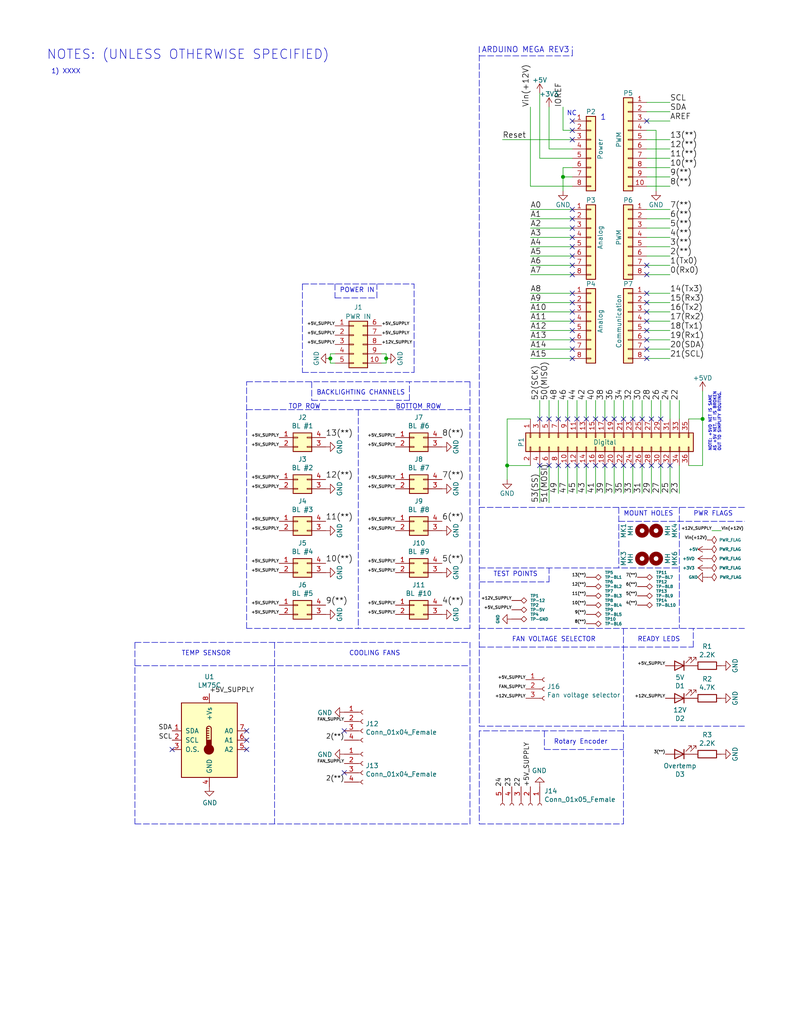
<source format=kicad_sch>
(kicad_sch (version 20211123) (generator eeschema)
  (paper "USLetter" portrait)
  (title_block (title "ABSIS Backlighting Controller") (date "2020-11-06") (rev "2") (company "OPENHORNET.COM") (comment 1 "CC BY-NC-SA"))
  (lib_symbols
    (symbol "ABSIS_Backlight_Controller-rescue:+3.3V-power" (power) (pin_names (offset 0))
      (property "Value" "+3.3V-power" (at 0 3.556 0))
      (symbol "+3.3V-power_1_1"
        (pin power_in line (at 0 0 90) (length 0) hide (name "+3V3") (number "1"))
      )
    )
    (symbol "Connector:Conn_01x03_Female" (pin_names (offset 1.016) hide)
      (property "Reference" "J" (at 0 5.08 0))
      (property "Value" "Conn_01x03_Female" (at 0 -5.08 0))
      (symbol "Conn_01x03_Female_1_1"
        (pin passive line (at -5.08 2.54 0) (length 3.81) (name "Pin_1") (number "1"))
        (pin passive line (at -5.08 0 0) (length 3.81) (name "Pin_2") (number "2"))
        (pin passive line (at -5.08 -2.54 0) (length 3.81) (name "Pin_3") (number "3"))
      )
    )
    (symbol "Connector:Conn_01x04_Female" (pin_names (offset 1.016) hide)
      (property "Reference" "J" (at 0 5.08 0))
      (property "Value" "Conn_01x04_Female" (at 0 -7.62 0))
      (symbol "Conn_01x04_Female_1_1"
        (pin passive line (at -5.08 2.54 0) (length 3.81) (name "Pin_1") (number "1"))
        (pin passive line (at -5.08 0 0) (length 3.81) (name "Pin_2") (number "2"))
        (pin passive line (at -5.08 -2.54 0) (length 3.81) (name "Pin_3") (number "3"))
        (pin passive line (at -5.08 -5.08 0) (length 3.81) (name "Pin_4") (number "4"))
      )
    )
    (symbol "Connector:Conn_01x05_Female" (pin_names (offset 1.016) hide)
      (property "Reference" "J" (at 0 7.62 0))
      (property "Value" "Conn_01x05_Female" (at 0 -7.62 0))
      (symbol "Conn_01x05_Female_1_1"
        (pin passive line (at -5.08 5.08 0) (length 3.81) (name "Pin_1") (number "1"))
        (pin passive line (at -5.08 2.54 0) (length 3.81) (name "Pin_2") (number "2"))
        (pin passive line (at -5.08 0 0) (length 3.81) (name "Pin_3") (number "3"))
        (pin passive line (at -5.08 -2.54 0) (length 3.81) (name "Pin_4") (number "4"))
        (pin passive line (at -5.08 -5.08 0) (length 3.81) (name "Pin_5") (number "5"))
      )
    )
    (symbol "Connector:TestPoint_Alt" (pin_numbers hide) (pin_names (offset 0.762) hide)
      (property "Reference" "TP" (at 0 6.858 0))
      (property "Value" "TestPoint_Alt" (at 0 5.08 0))
      (symbol "TestPoint_Alt_1_1"
        (pin passive line (at 0 0 90) (length 2.54) (name "1") (number "1"))
      )
    )
    (symbol "Connector_Generic:Conn_01x08" (pin_names (offset 1.016) hide)
      (property "Reference" "J" (at 0 10.16 0))
      (property "Value" "Conn_01x08" (at 0 -12.7 0))
      (symbol "Conn_01x08_1_1"
        (pin passive line (at -5.08 7.62 0) (length 3.81) (name "Pin_1") (number "1"))
        (pin passive line (at -5.08 5.08 0) (length 3.81) (name "Pin_2") (number "2"))
        (pin passive line (at -5.08 2.54 0) (length 3.81) (name "Pin_3") (number "3"))
        (pin passive line (at -5.08 0 0) (length 3.81) (name "Pin_4") (number "4"))
        (pin passive line (at -5.08 -2.54 0) (length 3.81) (name "Pin_5") (number "5"))
        (pin passive line (at -5.08 -5.08 0) (length 3.81) (name "Pin_6") (number "6"))
        (pin passive line (at -5.08 -7.62 0) (length 3.81) (name "Pin_7") (number "7"))
        (pin passive line (at -5.08 -10.16 0) (length 3.81) (name "Pin_8") (number "8"))
      )
    )
    (symbol "Connector_Generic:Conn_01x10" (pin_names (offset 1.016) hide)
      (property "Reference" "J" (at 0 12.7 0))
      (property "Value" "Conn_01x10" (at 0 -15.24 0))
      (symbol "Conn_01x10_1_1"
        (pin passive line (at -5.08 10.16 0) (length 3.81) (name "Pin_1") (number "1"))
        (pin passive line (at -5.08 -12.7 0) (length 3.81) (name "Pin_10") (number "10"))
        (pin passive line (at -5.08 7.62 0) (length 3.81) (name "Pin_2") (number "2"))
        (pin passive line (at -5.08 5.08 0) (length 3.81) (name "Pin_3") (number "3"))
        (pin passive line (at -5.08 2.54 0) (length 3.81) (name "Pin_4") (number "4"))
        (pin passive line (at -5.08 0 0) (length 3.81) (name "Pin_5") (number "5"))
        (pin passive line (at -5.08 -2.54 0) (length 3.81) (name "Pin_6") (number "6"))
        (pin passive line (at -5.08 -5.08 0) (length 3.81) (name "Pin_7") (number "7"))
        (pin passive line (at -5.08 -7.62 0) (length 3.81) (name "Pin_8") (number "8"))
        (pin passive line (at -5.08 -10.16 0) (length 3.81) (name "Pin_9") (number "9"))
      )
    )
    (symbol "Connector_Generic:Conn_02x02_Counter_Clockwise" (pin_names (offset 1.016) hide)
      (property "Reference" "J" (at 1.27 2.54 0))
      (property "Value" "Conn_02x02_Counter_Clockwise" (at 1.27 -5.08 0))
      (symbol "Conn_02x02_Counter_Clockwise_1_1"
        (pin passive line (at -5.08 0 0) (length 3.81) (name "Pin_1") (number "1"))
        (pin passive line (at -5.08 -2.54 0) (length 3.81) (name "Pin_2") (number "2"))
        (pin passive line (at 7.62 -2.54 180) (length 3.81) (name "Pin_3") (number "3"))
        (pin passive line (at 7.62 0 180) (length 3.81) (name "Pin_4") (number "4"))
      )
    )
    (symbol "Connector_Generic:Conn_02x05_Top_Bottom" (pin_names (offset 1.016) hide)
      (property "Reference" "J" (at 1.27 7.62 0))
      (property "Value" "Conn_02x05_Top_Bottom" (at 1.27 -7.62 0))
      (symbol "Conn_02x05_Top_Bottom_1_1"
        (pin passive line (at -5.08 5.08 0) (length 3.81) (name "Pin_1") (number "1"))
        (pin passive line (at 7.62 -5.08 180) (length 3.81) (name "Pin_10") (number "10"))
        (pin passive line (at -5.08 2.54 0) (length 3.81) (name "Pin_2") (number "2"))
        (pin passive line (at -5.08 0 0) (length 3.81) (name "Pin_3") (number "3"))
        (pin passive line (at -5.08 -2.54 0) (length 3.81) (name "Pin_4") (number "4"))
        (pin passive line (at -5.08 -5.08 0) (length 3.81) (name "Pin_5") (number "5"))
        (pin passive line (at 7.62 5.08 180) (length 3.81) (name "Pin_6") (number "6"))
        (pin passive line (at 7.62 2.54 180) (length 3.81) (name "Pin_7") (number "7"))
        (pin passive line (at 7.62 0 180) (length 3.81) (name "Pin_8") (number "8"))
        (pin passive line (at 7.62 -2.54 180) (length 3.81) (name "Pin_9") (number "9"))
      )
    )
    (symbol "Connector_Generic:Conn_02x18_Odd_Even" (pin_names (offset 1.016) hide)
      (property "Reference" "J" (at 1.27 22.86 0))
      (property "Value" "Conn_02x18_Odd_Even" (at 1.27 -25.4 0))
      (symbol "Conn_02x18_Odd_Even_1_1"
        (pin passive line (at -5.08 20.32 0) (length 3.81) (name "Pin_1") (number "1"))
        (pin passive line (at 7.62 10.16 180) (length 3.81) (name "Pin_10") (number "10"))
        (pin passive line (at -5.08 7.62 0) (length 3.81) (name "Pin_11") (number "11"))
        (pin passive line (at 7.62 7.62 180) (length 3.81) (name "Pin_12") (number "12"))
        (pin passive line (at -5.08 5.08 0) (length 3.81) (name "Pin_13") (number "13"))
        (pin passive line (at 7.62 5.08 180) (length 3.81) (name "Pin_14") (number "14"))
        (pin passive line (at -5.08 2.54 0) (length 3.81) (name "Pin_15") (number "15"))
        (pin passive line (at 7.62 2.54 180) (length 3.81) (name "Pin_16") (number "16"))
        (pin passive line (at -5.08 0 0) (length 3.81) (name "Pin_17") (number "17"))
        (pin passive line (at 7.62 0 180) (length 3.81) (name "Pin_18") (number "18"))
        (pin passive line (at -5.08 -2.54 0) (length 3.81) (name "Pin_19") (number "19"))
        (pin passive line (at 7.62 20.32 180) (length 3.81) (name "Pin_2") (number "2"))
        (pin passive line (at 7.62 -2.54 180) (length 3.81) (name "Pin_20") (number "20"))
        (pin passive line (at -5.08 -5.08 0) (length 3.81) (name "Pin_21") (number "21"))
        (pin passive line (at 7.62 -5.08 180) (length 3.81) (name "Pin_22") (number "22"))
        (pin passive line (at -5.08 -7.62 0) (length 3.81) (name "Pin_23") (number "23"))
        (pin passive line (at 7.62 -7.62 180) (length 3.81) (name "Pin_24") (number "24"))
        (pin passive line (at -5.08 -10.16 0) (length 3.81) (name "Pin_25") (number "25"))
        (pin passive line (at 7.62 -10.16 180) (length 3.81) (name "Pin_26") (number "26"))
        (pin passive line (at -5.08 -12.7 0) (length 3.81) (name "Pin_27") (number "27"))
        (pin passive line (at 7.62 -12.7 180) (length 3.81) (name "Pin_28") (number "28"))
        (pin passive line (at -5.08 -15.24 0) (length 3.81) (name "Pin_29") (number "29"))
        (pin passive line (at -5.08 17.78 0) (length 3.81) (name "Pin_3") (number "3"))
        (pin passive line (at 7.62 -15.24 180) (length 3.81) (name "Pin_30") (number "30"))
        (pin passive line (at -5.08 -17.78 0) (length 3.81) (name "Pin_31") (number "31"))
        (pin passive line (at 7.62 -17.78 180) (length 3.81) (name "Pin_32") (number "32"))
        (pin passive line (at -5.08 -20.32 0) (length 3.81) (name "Pin_33") (number "33"))
        (pin passive line (at 7.62 -20.32 180) (length 3.81) (name "Pin_34") (number "34"))
        (pin passive line (at -5.08 -22.86 0) (length 3.81) (name "Pin_35") (number "35"))
        (pin passive line (at 7.62 -22.86 180) (length 3.81) (name "Pin_36") (number "36"))
        (pin passive line (at 7.62 17.78 180) (length 3.81) (name "Pin_4") (number "4"))
        (pin passive line (at -5.08 15.24 0) (length 3.81) (name "Pin_5") (number "5"))
        (pin passive line (at 7.62 15.24 180) (length 3.81) (name "Pin_6") (number "6"))
        (pin passive line (at -5.08 12.7 0) (length 3.81) (name "Pin_7") (number "7"))
        (pin passive line (at 7.62 12.7 180) (length 3.81) (name "Pin_8") (number "8"))
        (pin passive line (at -5.08 10.16 0) (length 3.81) (name "Pin_9") (number "9"))
      )
    )
    (symbol "Device:LED" (pin_numbers hide) (pin_names (offset 1.016) hide)
      (property "Reference" "D" (at 0 2.54 0))
      (property "Value" "LED" (at 0 -2.54 0))
      (symbol "LED_1_1"
        (pin passive line (at -3.81 0 0) (length 2.54) (name "K") (number "1"))
        (pin passive line (at 3.81 0 180) (length 2.54) (name "A") (number "2"))
      )
    )
    (symbol "Device:R" (pin_numbers hide) (pin_names (offset 0))
      (property "Reference" "R" (at 2.032 0 90))
      (property "Value" "R" (at 0 0 90))
      (symbol "R_1_1"
        (pin passive line (at 0 3.81 270) (length 1.27) (name "~") (number "1"))
        (pin passive line (at 0 -3.81 90) (length 1.27) (name "~") (number "2"))
      )
    )
    (symbol "Mechanical:MountingHole" (pin_names (offset 1.016))
      (property "Reference" "H" (at 0 5.08 0))
      (property "Value" "MountingHole" (at 0 3.175 0))
    )
    (symbol "Sensor_Temperature:LM75C" (pin_names (offset 1.016))
      (property "Reference" "U" (at -6.35 11.43 0))
      (property "Value" "LM75C" (at 0 11.43 0))
      (symbol "LM75C_1_1"
        (pin bidirectional line (at -10.16 2.54 0) (length 2.54) (name "SDA") (number "1"))
        (pin input line (at -10.16 0 0) (length 2.54) (name "SCL") (number "2"))
        (pin open_collector line (at -10.16 -2.54 0) (length 2.54) (name "O.S.") (number "3"))
        (pin power_in line (at 0 -12.7 90) (length 2.54) (name "GND") (number "4"))
        (pin input line (at 10.16 -2.54 180) (length 2.54) (name "A2") (number "5"))
        (pin input line (at 10.16 0 180) (length 2.54) (name "A1") (number "6"))
        (pin input line (at 10.16 2.54 180) (length 2.54) (name "A0") (number "7"))
        (pin power_in line (at 0 12.7 270) (length 2.54) (name "+Vs") (number "8"))
      )
    )
    (symbol "power:+3V3" (power) (pin_names (offset 0))
      (property "Value" "+3V3" (at 0 3.556 0))
      (symbol "+3V3_1_1"
        (pin power_in line (at 0 0 90) (length 0) hide (name "+3V3") (number "1"))
      )
    )
    (symbol "power:+5V" (power) (pin_names (offset 0))
      (property "Value" "+5V" (at 0 3.556 0))
      (symbol "+5V_1_1"
        (pin power_in line (at 0 0 90) (length 0) hide (name "+5V") (number "1"))
      )
    )
    (symbol "power:+5VD" (power) (pin_names (offset 0))
      (property "Value" "+5VD" (at 0 3.556 0))
      (symbol "+5VD_1_1"
        (pin power_in line (at 0 0 90) (length 0) hide (name "+5VD") (number "1"))
      )
    )
    (symbol "power:GND" (power) (pin_names (offset 0))
      (property "Value" "GND" (at 0 -3.81 0))
      (symbol "GND_1_1"
        (pin power_in line (at 0 0 270) (length 0) hide (name "GND") (number "1"))
      )
    )
    (symbol "power:PWR_FLAG" (power) (pin_numbers hide) (pin_names (offset 0) hide)
      (property "Value" "PWR_FLAG" (at 0 3.81 0))
      (symbol "PWR_FLAG_0_0"
        (pin power_out line (at 0 0 90) (length 0) (name "pwr") (number "1"))
      )
    )
  )
  (junction (at 191.77 114.3))
  (junction (at 105.41 97.79))
  (junction (at 138.43 127))
  (junction (at 90.17 97.79))
  (junction (at 153.67 48.26))
  (no_connect (at 160.02 114.3))
  (no_connect (at 162.56 114.3))
  (no_connect (at 157.48 127))
  (no_connect (at 176.53 80.01))
  (no_connect (at 170.18 127))
  (no_connect (at 176.53 82.55))
  (no_connect (at 156.21 80.01))
  (no_connect (at 160.02 127))
  (no_connect (at 172.72 114.3))
  (no_connect (at 67.31 199.39))
  (no_connect (at 177.8 127))
  (no_connect (at 167.64 114.3))
  (no_connect (at 176.53 97.79))
  (no_connect (at 175.26 114.3))
  (no_connect (at 67.31 204.47))
  (no_connect (at 156.21 74.93))
  (no_connect (at 162.56 127))
  (no_connect (at 46.99 204.47))
  (no_connect (at 156.21 62.23))
  (no_connect (at 149.86 127))
  (no_connect (at 157.48 114.3))
  (no_connect (at 156.21 57.15))
  (no_connect (at 176.53 74.93))
  (no_connect (at 156.21 59.69))
  (no_connect (at 156.21 90.17))
  (no_connect (at 93.98 199.39))
  (no_connect (at 67.31 201.93))
  (no_connect (at 152.4 114.3))
  (no_connect (at 156.21 69.85))
  (no_connect (at 156.21 64.77))
  (no_connect (at 175.26 127))
  (no_connect (at 177.8 114.3))
  (no_connect (at 176.53 87.63))
  (no_connect (at 147.32 127))
  (no_connect (at 156.21 38.1))
  (no_connect (at 172.72 127))
  (no_connect (at 156.21 35.56))
  (no_connect (at 156.21 85.09))
  (no_connect (at 170.18 114.3))
  (no_connect (at 156.21 67.31))
  (no_connect (at 182.88 127))
  (no_connect (at 176.53 92.71))
  (no_connect (at 180.34 127))
  (no_connect (at 154.94 114.3))
  (no_connect (at 156.21 92.71))
  (no_connect (at 156.21 95.25))
  (no_connect (at 176.53 72.39))
  (no_connect (at 149.86 114.3))
  (no_connect (at 165.1 127))
  (no_connect (at 167.64 127))
  (no_connect (at 156.21 97.79))
  (no_connect (at 176.53 95.25))
  (no_connect (at 176.53 90.17))
  (no_connect (at 147.32 114.3))
  (no_connect (at 176.53 85.09))
  (no_connect (at 156.21 33.02))
  (no_connect (at 156.21 72.39))
  (no_connect (at 176.53 33.02))
  (no_connect (at 152.4 127))
  (no_connect (at 154.94 127))
  (no_connect (at 93.98 210.82))
  (no_connect (at 165.1 114.3))
  (no_connect (at 156.21 82.55))
  (no_connect (at 156.21 87.63))
  (no_connect (at 180.34 114.3))
  (wire (pts (xy 170.18 114.3) (xy 170.18 109.22)))
  (wire (pts (xy 144.78 74.93) (xy 156.21 74.93)))
  (wire (pts (xy 167.64 114.3) (xy 167.64 109.22)))
  (wire (pts (xy 156.21 67.31) (xy 144.78 67.31)))
  (wire (pts (xy 176.53 92.71) (xy 182.88 92.71)))
  (wire (pts (xy 182.88 72.39) (xy 176.53 72.39)))
  (wire (pts (xy 182.88 90.17) (xy 176.53 90.17)))
  (wire (pts (xy 153.67 48.26) (xy 153.67 52.07)))
  (wire (pts (xy 153.67 35.56) (xy 153.67 29.21)))
  (wire (pts (xy 144.78 59.69) (xy 156.21 59.69)))
  (wire (pts (xy 185.42 127) (xy 185.42 134.62)))
  (polyline (pts (xy 128.27 171.45) (xy 67.31 171.45)))
  (wire (pts (xy 147.32 127) (xy 147.32 137.16)))
  (polyline (pts (xy 82.55 77.47) (xy 113.03 77.47)))
  (wire (pts (xy 191.77 127) (xy 187.96 127)))
  (wire (pts (xy 182.88 114.3) (xy 182.88 109.22)))
  (wire (pts (xy 105.41 99.06) (xy 105.41 97.79)))
  (wire (pts (xy 154.94 114.3) (xy 154.94 109.22)))
  (wire (pts (xy 160.02 114.3) (xy 160.02 109.22)))
  (wire (pts (xy 144.78 114.3) (xy 138.43 114.3)))
  (wire (pts (xy 105.41 99.06) (xy 104.14 99.06)))
  (polyline (pts (xy 85.09 104.14) (xy 85.09 109.22)))
  (wire (pts (xy 156.21 72.39) (xy 144.78 72.39)))
  (polyline (pts (xy 82.55 101.6) (xy 113.03 101.6)))
  (wire (pts (xy 175.26 127) (xy 175.26 134.62)))
  (polyline (pts (xy 189.23 176.53) (xy 189.23 171.45)))
  (wire (pts (xy 165.1 114.3) (xy 165.1 109.22)))
  (wire (pts (xy 90.17 99.06) (xy 91.44 99.06)))
  (wire (pts (xy 152.4 127) (xy 152.4 134.62)))
  (polyline (pts (xy 67.31 104.14) (xy 128.27 104.14)))
  (wire (pts (xy 138.43 114.3) (xy 138.43 127)))
  (wire (pts (xy 176.53 87.63) (xy 182.88 87.63)))
  (polyline (pts (xy 67.31 111.76) (xy 128.27 111.76)))
  (polyline (pts (xy 111.76 109.22) (xy 111.76 104.14)))
  (wire (pts (xy 191.77 106.68) (xy 191.77 114.3)))
  (polyline (pts (xy 102.87 81.28) (xy 102.87 77.47)))
  (polyline (pts (xy 128.27 224.79) (xy 128.27 175.26)))
  (wire (pts (xy 176.53 38.1) (xy 182.88 38.1)))
  (polyline (pts (xy 170.18 224.79) (xy 170.18 199.39)))
  (wire (pts (xy 162.56 114.3) (xy 162.56 109.22)))
  (wire (pts (xy 182.88 95.25) (xy 176.53 95.25)))
  (polyline (pts (xy 74.93 175.26) (xy 74.93 224.79)))
  (polyline (pts (xy 156.21 15.24) (xy 156.21 12.7)))
  (wire (pts (xy 149.86 114.3) (xy 149.86 109.22)))
  (polyline (pts (xy 148.59 199.39) (xy 148.59 204.47)))
  (wire (pts (xy 182.88 80.01) (xy 176.53 80.01)))
  (wire (pts (xy 176.53 59.69) (xy 182.88 59.69)))
  (wire (pts (xy 144.78 127) (xy 138.43 127)))
  (wire (pts (xy 176.53 82.55) (xy 182.88 82.55)))
  (wire (pts (xy 144.78 50.8) (xy 144.78 29.21)))
  (wire (pts (xy 176.53 33.02) (xy 182.88 33.02)))
  (wire (pts (xy 182.88 67.31) (xy 176.53 67.31)))
  (wire (pts (xy 157.48 127) (xy 157.48 134.62)))
  (wire (pts (xy 176.53 64.77) (xy 182.88 64.77)))
  (polyline (pts (xy 170.18 171.45) (xy 170.18 198.12)))
  (polyline (pts (xy 170.18 199.39) (xy 130.81 199.39)))
  (wire (pts (xy 144.78 69.85) (xy 156.21 69.85)))
  (wire (pts (xy 147.32 114.3) (xy 147.32 109.22)))
  (wire (pts (xy 156.21 90.17) (xy 144.78 90.17)))
  (wire (pts (xy 175.26 114.3) (xy 175.26 109.22)))
  (wire (pts (xy 176.53 50.8) (xy 182.88 50.8)))
  (polyline (pts (xy 130.81 154.94) (xy 185.42 154.94)))
  (polyline (pts (xy 130.81 171.45) (xy 203.2 171.45)))
  (wire (pts (xy 156.21 62.23) (xy 144.78 62.23)))
  (wire (pts (xy 137.16 38.1) (xy 156.21 38.1)))
  (wire (pts (xy 182.88 85.09) (xy 176.53 85.09)))
  (wire (pts (xy 177.8 114.3) (xy 177.8 109.22)))
  (wire (pts (xy 149.86 40.64) (xy 156.21 40.64)))
  (wire (pts (xy 170.18 127) (xy 170.18 134.62)))
  (wire (pts (xy 176.53 69.85) (xy 182.88 69.85)))
  (polyline (pts (xy 91.44 77.47) (xy 91.44 81.28)))
  (wire (pts (xy 144.78 87.63) (xy 156.21 87.63)))
  (polyline (pts (xy 91.44 81.28) (xy 102.87 81.28)))
  (wire (pts (xy 182.88 48.26) (xy 176.53 48.26)))
  (polyline (pts (xy 130.81 199.39) (xy 130.81 224.79)))
  (wire (pts (xy 147.32 25.4) (xy 147.32 43.18)))
  (wire (pts (xy 156.21 80.01) (xy 144.78 80.01)))
  (wire (pts (xy 191.77 114.3) (xy 191.77 127)))
  (wire (pts (xy 156.21 45.72) (xy 153.67 45.72)))
  (polyline (pts (xy 36.83 175.26) (xy 36.83 224.79)))
  (wire (pts (xy 147.32 43.18) (xy 156.21 43.18)))
  (polyline (pts (xy 130.81 158.75) (xy 149.86 158.75)))
  (wire (pts (xy 176.53 74.93) (xy 182.88 74.93)))
  (wire (pts (xy 144.78 97.79) (xy 156.21 97.79)))
  (wire (pts (xy 176.53 45.72) (xy 182.88 45.72)))
  (wire (pts (xy 156.21 85.09) (xy 144.78 85.09)))
  (wire (pts (xy 91.44 96.52) (xy 90.17 96.52)))
  (wire (pts (xy 156.21 48.26) (xy 153.67 48.26)))
  (wire (pts (xy 191.77 114.3) (xy 187.96 114.3)))
  (wire (pts (xy 149.86 127) (xy 149.86 137.16)))
  (wire (pts (xy 176.53 27.94) (xy 182.88 27.94)))
  (wire (pts (xy 182.88 40.64) (xy 176.53 40.64)))
  (wire (pts (xy 179.07 35.56) (xy 176.53 35.56)))
  (wire (pts (xy 182.88 127) (xy 182.88 134.62)))
  (polyline (pts (xy 148.59 204.47) (xy 170.18 204.47)))
  (wire (pts (xy 185.42 114.3) (xy 185.42 109.22)))
  (wire (pts (xy 90.17 96.52) (xy 90.17 97.79)))
  (polyline (pts (xy 168.91 142.24) (xy 203.2 142.24)))
  (polyline (pts (xy 130.81 12.7) (xy 130.81 198.12)))
  (wire (pts (xy 138.43 127) (xy 138.43 130.81)))
  (wire (pts (xy 144.78 64.77) (xy 156.21 64.77)))
  (wire (pts (xy 182.88 62.23) (xy 176.53 62.23)))
  (wire (pts (xy 149.86 29.21) (xy 149.86 40.64)))
  (polyline (pts (xy 67.31 171.45) (xy 67.31 104.14)))
  (wire (pts (xy 153.67 45.72) (xy 153.67 48.26)))
  (wire (pts (xy 172.72 127) (xy 172.72 134.62)))
  (polyline (pts (xy 203.2 198.12) (xy 130.81 198.12)))
  (polyline (pts (xy 185.42 138.43) (xy 185.42 171.45)))
  (wire (pts (xy 152.4 114.3) (xy 152.4 109.22)))
  (wire (pts (xy 105.41 97.79) (xy 105.41 96.52)))
  (wire (pts (xy 182.88 57.15) (xy 176.53 57.15)))
  (polyline (pts (xy 82.55 77.47) (xy 82.55 101.6)))
  (wire (pts (xy 172.72 114.3) (xy 172.72 109.22)))
  (wire (pts (xy 156.21 95.25) (xy 144.78 95.25)))
  (polyline (pts (xy 97.79 111.76) (xy 97.79 171.45)))
  (wire (pts (xy 177.8 127) (xy 177.8 134.62)))
  (wire (pts (xy 176.53 97.79) (xy 182.88 97.79)))
  (polyline (pts (xy 168.91 138.43) (xy 168.91 154.94)))
  (wire (pts (xy 144.78 92.71) (xy 156.21 92.71)))
  (polyline (pts (xy 128.27 104.14) (xy 128.27 171.45)))
  (polyline (pts (xy 113.03 101.6) (xy 113.03 77.47)))
  (wire (pts (xy 165.1 127) (xy 165.1 134.62)))
  (wire (pts (xy 179.07 52.07) (xy 179.07 35.56)))
  (polyline (pts (xy 36.83 175.26) (xy 128.27 175.26)))
  (polyline (pts (xy 130.81 224.79) (xy 170.18 224.79)))
  (polyline (pts (xy 36.83 224.79) (xy 128.27 224.79)))
  (wire (pts (xy 160.02 127) (xy 160.02 134.62)))
  (polyline (pts (xy 203.2 138.43) (xy 130.81 138.43)))
  (wire (pts (xy 180.34 114.3) (xy 180.34 109.22)))
  (polyline (pts (xy 149.86 158.75) (xy 149.86 154.94)))
  (wire (pts (xy 156.21 35.56) (xy 153.67 35.56)))
  (wire (pts (xy 156.21 50.8) (xy 144.78 50.8)))
  (wire (pts (xy 105.41 96.52) (xy 104.14 96.52)))
  (wire (pts (xy 90.17 97.79) (xy 90.17 99.06)))
  (wire (pts (xy 167.64 127) (xy 167.64 134.62)))
  (wire (pts (xy 180.34 127) (xy 180.34 134.62)))
  (wire (pts (xy 154.94 127) (xy 154.94 134.62)))
  (polyline (pts (xy 130.81 176.53) (xy 189.23 176.53)))
  (wire (pts (xy 162.56 127) (xy 162.56 134.62)))
  (polyline (pts (xy 130.81 15.24) (xy 156.21 15.24)))
  (wire (pts (xy 156.21 57.15) (xy 144.78 57.15)))
  (polyline (pts (xy 36.83 181.61) (xy 128.27 181.61)))
  (wire (pts (xy 144.78 82.55) (xy 156.21 82.55)))
  (wire (pts (xy 194.31 144.78) (xy 196.85 144.78)))
  (wire (pts (xy 176.53 43.18) (xy 182.88 43.18)))
  (wire (pts (xy 157.48 114.3) (xy 157.48 109.22)))
  (polyline (pts (xy 85.09 109.22) (xy 111.76 109.22)))
  (wire (pts (xy 182.88 30.48) (xy 176.53 30.48)))
  (text "PWR FLAGS" (at 189.23 140.97 0) (effects (font (size 1.27 1.27)) (justify left bottom)))
  (text "Rotary Encoder" (at 151.13 203.2 0) (effects (font (size 1.27 1.27)) (justify left bottom)))
  (text "BACKLIGHTING CHANNELS" (at 86.36 107.95 0) (effects (font (size 1.27 1.27)) (justify left bottom)))
  (text "MOUNT HOLES" (at 170.18 140.97 0) (effects (font (size 1.27 1.27)) (justify left bottom)))
  (text "TEST POINTS" (at 134.62 157.48 0) (effects (font (size 1.27 1.27)) (justify left bottom)))
  (text "1) XXXX" (at 13.97 20.32 0) (effects (font (size 1.27 1.27)) (justify left bottom)))
  (text "1" (at 163.83 33.02 0) (effects (font (size 1.524 1.524)) (justify left bottom)))
  (text "NOTE: +5VD NET IS SAME \nAS +5V NET. IT IS BROKEN \nOUT TO SIMPLIFY ROUTING." (at 196.85 123.19 90) (effects (font (size 0.7874 0.7874)) (justify left bottom)))
  (text "FAN VOLTAGE SELECTOR" (at 139.7 175.26 0) (effects (font (size 1.27 1.27)) (justify left bottom)))
  (text "NC" (at 157.48 31.75 180) (effects (font (size 1.27 1.27)) (justify right bottom)))
  (text "ARDUINO MEGA REV3" (at 131.445 14.605 0) (effects (font (size 1.524 1.524)) (justify left bottom)))
  (text "TOP ROW" (at 78.74 111.76 0) (effects (font (size 1.27 1.27)) (justify left bottom)))
  (text "COOLING FANS" (at 95.25 179.07 0) (effects (font (size 1.27 1.27)) (justify left bottom)))
  (text "NOTES: (UNLESS OTHERWISE SPECIFIED)" (at 12.7 16.51 0) (effects (font (size 2.54 2.54)) (justify left bottom)))
  (text "BOTTOM ROW" (at 107.95 111.76 0) (effects (font (size 1.27 1.27)) (justify left bottom)))
  (text "POWER IN" (at 92.71 80.01 0) (effects (font (size 1.27 1.27)) (justify left bottom)))
  (text "READY LEDS" (at 173.99 175.26 0) (effects (font (size 1.27 1.27)) (justify left bottom)))
  (text "TEMP SENSOR" (at 49.53 179.07 0) (effects (font (size 1.27 1.27)) (justify left bottom)))
  (label "45" (at 157.48 134.62 90) (effects (font (size 1.524 1.524))))
  (label "A12" (at 144.78 90.17 0) (effects (font (size 1.524 1.524))))
  (label "27" (at 180.34 134.62 90) (effects (font (size 1.524 1.524))))
  (label "FAN_SUPPLY" (at 93.98 208.28 180) (effects (font (size 0.7874 0.7874))))
  (label "Vin(+12V)" (at 196.85 144.78 0) (effects (font (size 0.7874 0.7874))))
  (label "A2" (at 144.78 62.23 0) (effects (font (size 1.524 1.524))))
  (label "15(Rx3)" (at 182.88 82.55 0) (effects (font (size 1.524 1.524))))
  (label "Vin(+12V)" (at 193.04 147.32 180) (effects (font (size 0.7874 0.7874))))
  (label "3(**)" (at 182.88 67.31 0) (effects (font (size 1.524 1.524))))
  (label "9(**)" (at 182.88 48.26 0) (effects (font (size 1.524 1.524))))
  (label "7(**)" (at 120.65 130.81 0) (effects (font (size 1.524 1.524))))
  (label "+5V_SUPPLY" (at 76.2 156.21 180) (effects (font (size 0.7874 0.7874))))
  (label "48" (at 152.4 109.22 90) (effects (font (size 1.524 1.524))))
  (label "+5V_SUPPLY" (at 76.2 144.78 180) (effects (font (size 0.7874 0.7874))))
  (label "+5V_SUPPLY" (at 76.2 130.81 180) (effects (font (size 0.7874 0.7874))))
  (label "46" (at 154.94 109.22 90) (effects (font (size 1.524 1.524))))
  (label "35" (at 170.18 134.62 90) (effects (font (size 1.524 1.524))))
  (label "+5V_SUPPLY" (at 107.95 130.81 180) (effects (font (size 0.7874 0.7874))))
  (label "+5V_SUPPLY" (at 107.95 165.1 180) (effects (font (size 0.7874 0.7874))))
  (label "23" (at 139.7 214.63 90))
  (label "+5V_SUPPLY" (at 57.15 189.23 0))
  (label "A0" (at 144.78 57.15 0) (effects (font (size 1.524 1.524))))
  (label "6(**)" (at 173.99 160.02 180) (effects (font (size 0.7874 0.7874))))
  (label "3(**)" (at 181.61 205.74 180) (effects (font (size 0.7874 0.7874))))
  (label "14(Tx3)" (at 182.88 80.01 0) (effects (font (size 1.524 1.524))))
  (label "10(**)" (at 182.88 45.72 0) (effects (font (size 1.524 1.524))))
  (label "13(**)" (at 88.9 119.38 0) (effects (font (size 1.524 1.524))))
  (label "29" (at 177.8 134.62 90) (effects (font (size 1.524 1.524))))
  (label "+5V_SUPPLY" (at 91.44 93.98 180) (effects (font (size 0.7874 0.7874))))
  (label "7(**)" (at 182.88 57.15 0) (effects (font (size 1.524 1.524))))
  (label "12(**)" (at 182.88 40.64 0) (effects (font (size 1.524 1.524))))
  (label "Vin(+12V)" (at 144.78 29.21 90) (effects (font (size 1.524 1.524))))
  (label "+5V_SUPPLY" (at 107.95 167.64 180) (effects (font (size 0.7874 0.7874))))
  (label "A7" (at 144.78 74.93 0) (effects (font (size 1.524 1.524))))
  (label "49" (at 152.4 134.62 90) (effects (font (size 1.524 1.524))))
  (label "FAN_SUPPLY" (at 143.51 187.96 180) (effects (font (size 0.7874 0.7874))))
  (label "18(Tx1)" (at 182.88 90.17 0) (effects (font (size 1.524 1.524))))
  (label "+5V_SUPPLY" (at 76.2 119.38 180) (effects (font (size 0.7874 0.7874))))
  (label "+5V_SUPPLY" (at 76.2 165.1 180) (effects (font (size 0.7874 0.7874))))
  (label "AREF" (at 182.88 33.02 0) (effects (font (size 1.524 1.524))))
  (label "+5V_SUPPLY" (at 143.51 185.42 180) (effects (font (size 0.7874 0.7874))))
  (label "+5V_SUPPLY" (at 76.2 121.92 180) (effects (font (size 0.7874 0.7874))))
  (label "11(**)" (at 182.88 43.18 0) (effects (font (size 1.524 1.524))))
  (label "SDA" (at 182.88 30.48 0) (effects (font (size 1.524 1.524))))
  (label "11(**)" (at 160.02 162.56 180) (effects (font (size 0.7874 0.7874))))
  (label "21(SCL)" (at 182.88 97.79 0) (effects (font (size 1.524 1.524))))
  (label "A10" (at 144.78 85.09 0) (effects (font (size 1.524 1.524))))
  (label "8(**)" (at 182.88 50.8 0) (effects (font (size 1.524 1.524))))
  (label "+5V_SUPPLY" (at 107.95 133.35 180) (effects (font (size 0.7874 0.7874))))
  (label "+5V_SUPPLY" (at 107.95 156.21 180) (effects (font (size 0.7874 0.7874))))
  (label "+5V_SUPPLY" (at 107.95 153.67 180) (effects (font (size 0.7874 0.7874))))
  (label "SCL" (at 46.99 201.93 180))
  (label "8(**)" (at 120.65 119.38 0) (effects (font (size 1.524 1.524))))
  (label "+5V_SUPPLY" (at 104.14 91.44 0) (effects (font (size 0.7874 0.7874))))
  (label "+5V_SUPPLY" (at 76.2 153.67 180) (effects (font (size 0.7874 0.7874))))
  (label "52(SCK)" (at 147.32 109.22 90) (effects (font (size 1.524 1.524))))
  (label "+5V_SUPPLY" (at 104.14 88.9 0) (effects (font (size 0.7874 0.7874))))
  (label "+5V_SUPPLY" (at 76.2 142.24 180) (effects (font (size 0.7874 0.7874))))
  (label "22" (at 185.42 109.22 90) (effects (font (size 1.524 1.524))))
  (label "13(**)" (at 160.02 157.48 180) (effects (font (size 0.7874 0.7874))))
  (label "A11" (at 144.78 87.63 0) (effects (font (size 1.524 1.524))))
  (label "30" (at 175.26 109.22 90) (effects (font (size 1.524 1.524))))
  (label "6(**)" (at 182.88 59.69 0) (effects (font (size 1.524 1.524))))
  (label "5(**)" (at 173.99 162.56 180) (effects (font (size 0.7874 0.7874))))
  (label "24" (at 137.16 214.63 90))
  (label "4(**)" (at 182.88 64.77 0) (effects (font (size 1.524 1.524))))
  (label "16(Tx2)" (at 182.88 85.09 0) (effects (font (size 1.524 1.524))))
  (label "12(**)" (at 88.9 130.81 0) (effects (font (size 1.524 1.524))))
  (label "25" (at 182.88 134.62 90) (effects (font (size 1.524 1.524))))
  (label "+5V_SUPPLY" (at 144.78 214.63 90))
  (label "2(**)" (at 93.98 201.93 180))
  (label "13(**)" (at 182.88 38.1 0) (effects (font (size 1.524 1.524))))
  (label "A6" (at 144.78 72.39 0) (effects (font (size 1.524 1.524))))
  (label "SCL" (at 182.88 27.94 0) (effects (font (size 1.524 1.524))))
  (label "12(**)" (at 160.02 160.02 180) (effects (font (size 0.7874 0.7874))))
  (label "51(MOSI)" (at 149.86 137.16 90) (effects (font (size 1.524 1.524))))
  (label "+12V_SUPPLY" (at 104.14 93.98 0) (effects (font (size 0.7874 0.7874))))
  (label "33" (at 172.72 134.62 90) (effects (font (size 1.524 1.524))))
  (label "53(SS)" (at 147.32 137.16 90) (effects (font (size 1.524 1.524))))
  (label "38" (at 165.1 109.22 90) (effects (font (size 1.524 1.524))))
  (label "7(**)" (at 173.99 157.48 180) (effects (font (size 0.7874 0.7874))))
  (label "+12V_SUPPLY" (at 194.31 144.78 180) (effects (font (size 0.7874 0.7874))))
  (label "+5V_SUPPLY" (at 107.95 121.92 180) (effects (font (size 0.7874 0.7874))))
  (label "37" (at 167.64 134.62 90) (effects (font (size 1.524 1.524))))
  (label "26" (at 180.34 109.22 90) (effects (font (size 1.524 1.524))))
  (label "+5V_SUPPLY" (at 107.95 119.38 180) (effects (font (size 0.7874 0.7874))))
  (label "23" (at 185.42 134.62 90) (effects (font (size 1.524 1.524))))
  (label "4(**)" (at 173.99 165.1 180) (effects (font (size 0.7874 0.7874))))
  (label "+5V_SUPPLY" (at 76.2 133.35 180) (effects (font (size 0.7874 0.7874))))
  (label "32" (at 172.72 109.22 90) (effects (font (size 1.524 1.524))))
  (label "A9" (at 144.78 82.55 0) (effects (font (size 1.524 1.524))))
  (label "+5V_SUPPLY" (at 76.2 167.64 180) (effects (font (size 0.7874 0.7874))))
  (label "+12V_SUPPLY" (at 139.7 163.83 180) (effects (font (size 0.7874 0.7874))))
  (label "47" (at 154.94 134.62 90) (effects (font (size 1.524 1.524))))
  (label "+12V_SUPPLY" (at 143.51 190.5 180) (effects (font (size 0.7874 0.7874))))
  (label "2(**)" (at 93.98 213.36 180))
  (label "17(Rx2)" (at 182.88 87.63 0) (effects (font (size 1.524 1.524))))
  (label "19(Rx1)" (at 182.88 92.71 0) (effects (font (size 1.524 1.524))))
  (label "22" (at 142.24 214.63 90))
  (label "+5V_SUPPLY" (at 107.95 144.78 180) (effects (font (size 0.7874 0.7874))))
  (label "44" (at 157.48 109.22 90) (effects (font (size 1.524 1.524))))
  (label "11(**)" (at 88.9 142.24 0) (effects (font (size 1.524 1.524))))
  (label "31" (at 175.26 134.62 90) (effects (font (size 1.524 1.524))))
  (label "+5V_SUPPLY" (at 181.61 181.61 180) (effects (font (size 0.7874 0.7874))))
  (label "0(Rx0)" (at 182.88 74.93 0) (effects (font (size 1.524 1.524))))
  (label "28" (at 177.8 109.22 90) (effects (font (size 1.524 1.524))))
  (label "A15" (at 144.78 97.79 0) (effects (font (size 1.524 1.524))))
  (label "5(**)" (at 120.65 153.67 0) (effects (font (size 1.524 1.524))))
  (label "SDA" (at 46.99 199.39 180))
  (label "34" (at 170.18 109.22 90) (effects (font (size 1.524 1.524))))
  (label "+5V_SUPPLY" (at 139.7 166.37 180) (effects (font (size 0.7874 0.7874))))
  (label "10(**)" (at 88.9 153.67 0) (effects (font (size 1.524 1.524))))
  (label "39" (at 165.1 134.62 90) (effects (font (size 1.524 1.524))))
  (label "IOREF" (at 153.67 29.21 90) (effects (font (size 1.524 1.524))))
  (label "2(**)" (at 182.88 69.85 0) (effects (font (size 1.524 1.524))))
  (label "1(Tx0)" (at 182.88 72.39 0) (effects (font (size 1.524 1.524))))
  (label "42" (at 160.02 109.22 90) (effects (font (size 1.524 1.524))))
  (label "Reset" (at 137.16 38.1 0) (effects (font (size 1.524 1.524))))
  (label "50(MISO)" (at 149.86 109.22 90) (effects (font (size 1.524 1.524))))
  (label "+5V_SUPPLY" (at 91.44 88.9 180) (effects (font (size 0.7874 0.7874))))
  (label "20(SDA)" (at 182.88 95.25 0) (effects (font (size 1.524 1.524))))
  (label "43" (at 160.02 134.62 90) (effects (font (size 1.524 1.524))))
  (label "+12V_SUPPLY" (at 181.61 190.5 180) (effects (font (size 0.7874 0.7874))))
  (label "A4" (at 144.78 67.31 0) (effects (font (size 1.524 1.524))))
  (label "10(**)" (at 160.02 165.1 180) (effects (font (size 0.7874 0.7874))))
  (label "A5" (at 144.78 69.85 0) (effects (font (size 1.524 1.524))))
  (label "FAN_SUPPLY" (at 93.98 196.85 180) (effects (font (size 0.7874 0.7874))))
  (label "+5V_SUPPLY" (at 91.44 91.44 180) (effects (font (size 0.7874 0.7874))))
  (label "5(**)" (at 182.88 62.23 0) (effects (font (size 1.524 1.524))))
  (label "40" (at 162.56 109.22 90) (effects (font (size 1.524 1.524))))
  (label "6(**)" (at 120.65 142.24 0) (effects (font (size 1.524 1.524))))
  (label "+5V_SUPPLY" (at 107.95 142.24 180) (effects (font (size 0.7874 0.7874))))
  (label "A8" (at 144.78 80.01 0) (effects (font (size 1.524 1.524))))
  (label "9(**)" (at 88.9 165.1 0) (effects (font (size 1.524 1.524))))
  (label "4(**)" (at 120.65 165.1 0) (effects (font (size 1.524 1.524))))
  (label "41" (at 162.56 134.62 90) (effects (font (size 1.524 1.524))))
  (label "A14" (at 144.78 95.25 0) (effects (font (size 1.524 1.524))))
  (label "24" (at 182.88 109.22 90) (effects (font (size 1.524 1.524))))
  (label "A1" (at 144.78 59.69 0) (effects (font (size 1.524 1.524))))
  (label "A13" (at 144.78 92.71 0) (effects (font (size 1.524 1.524))))
  (label "9(**)" (at 160.02 167.64 180) (effects (font (size 0.7874 0.7874))))
  (label "36" (at 167.64 109.22 90) (effects (font (size 1.524 1.524))))
  (label "8(**)" (at 160.02 170.18 180) (effects (font (size 0.7874 0.7874))))
  (label "A3" (at 144.78 64.77 0) (effects (font (size 1.524 1.524))))
  (symbol (lib_id "power:GND") (at 153.67 52.07 0) (unit 1)
    (property "Reference" "#PWR03" (effects hide))
    (property "Value" "GND" (at 153.67 55.88 0))
  )
  (symbol (lib_id "power:GND") (at 179.07 52.07 0) (unit 1)
    (property "Reference" "#PWR04" (effects hide))
    (property "Value" "GND" (at 179.07 55.88 0))
  )
  (symbol (lib_id "Connector_Generic:Conn_01x08") (at 161.29 64.77 0) (unit 1)
    (property "Reference" "P3" (at 161.29 54.61 0))
    (property "Value" "Analog" (at 163.83 64.77 90))
    (property "Footprint" "Connector_PinHeader_2.54mm:PinHeader_1x08_P2.54mm_Vertical" (effects hide))
  )
  (symbol (lib_id "Connector_Generic:Conn_01x08") (at 171.45 64.77 0) (mirror y) (unit 1)
    (property "Reference" "P6" (at 171.45 54.61 0))
    (property "Value" "PWM" (at 168.91 64.77 90))
    (property "Footprint" "Connector_PinHeader_2.54mm:PinHeader_1x08_P2.54mm_Vertical" (effects hide))
  )
  (symbol (lib_id "Connector_Generic:Conn_01x08") (at 161.29 87.63 0) (unit 1)
    (property "Reference" "P4" (at 161.29 77.47 0))
    (property "Value" "Analog" (at 163.83 87.63 90))
    (property "Footprint" "Connector_PinHeader_2.54mm:PinHeader_1x08_P2.54mm_Vertical" (effects hide))
  )
  (symbol (lib_id "power:GND") (at 138.43 130.81 0) (unit 1)
    (property "Reference" "#PWR05" (effects hide))
    (property "Value" "GND" (at 138.43 134.62 0))
  )
  (symbol (lib_id "Mechanical:MountingHole") (at 175.26 144.78 90) (unit 1)
    (property "Reference" "MK1" (at 170.18 144.78 0))
    (property "Value" "MH" (at 172.085 144.78 0))
    (property "Footprint" "Socket_Arduino_Mega:Arduino_1pin" (effects hide))
  )
  (symbol (lib_id "Mechanical:MountingHole") (at 175.26 152.4 90) (unit 1)
    (property "Reference" "MK3" (at 170.18 152.4 0))
    (property "Value" "MH" (at 172.085 152.4 0))
    (property "Footprint" "Socket_Arduino_Mega:Arduino_1pin" (effects hide))
  )
  (symbol (lib_id "Mechanical:MountingHole") (at 179.07 144.78 270) (unit 1)
    (property "Reference" "MK4" (at 184.15 144.78 0))
    (property "Value" "MH" (at 182.245 144.78 0))
    (property "Footprint" "Socket_Arduino_Mega:Arduino_1pin" (effects hide))
  )
  (symbol (lib_id "Mechanical:MountingHole") (at 179.07 152.4 270) (unit 1)
    (property "Reference" "MK6" (at 184.15 152.4 0))
    (property "Value" "MH" (at 182.245 152.4 0))
    (property "Footprint" "Socket_Arduino_Mega:Arduino_1pin" (effects hide))
  )
  (symbol (lib_id "power:+5VD") (at 191.77 106.68 0) (unit 1)
    (property "Reference" "#PWR09" (effects hide))
    (property "Value" "+5VD" (at 191.77 103.124 0))
  )
  (symbol (lib_id "power:+5V") (at 193.04 149.86 90) (unit 1)
    (property "Reference" "#PWR0101" (effects hide))
    (property "Value" "+5V" (at 189.23 149.86 90) (effects (font (size 0.7874 0.7874))))
  )
  (symbol (lib_id "power:+3V3") (at 193.04 154.94 90) (unit 1)
    (property "Reference" "#PWR0102" (effects hide))
    (property "Value" "+3.3V" (at 187.96 154.94 90) (effects (font (size 0.7874 0.7874))))
  )
  (symbol (lib_id "power:PWR_FLAG") (at 193.04 154.94 270) (unit 1)
    (property "Reference" "#FLG0101" (effects hide))
    (property "Value" "PWR_FLAG" (at 196.2912 154.94 90) (effects (font (size 0.7874 0.7874)) (justify left)))
  )
  (symbol (lib_id "power:PWR_FLAG") (at 193.04 149.86 270) (unit 1)
    (property "Reference" "#FLG0102" (effects hide))
    (property "Value" "PWR_FLAG" (at 196.2912 149.86 90) (effects (font (size 0.7874 0.7874)) (justify left)))
  )
  (symbol (lib_id "power:PWR_FLAG") (at 193.04 147.32 270) (unit 1)
    (property "Reference" "#FLG0103" (effects hide))
    (property "Value" "PWR_FLAG" (at 196.2912 147.32 90) (effects (font (size 0.7874 0.7874)) (justify left)))
  )
  (symbol (lib_id "power:PWR_FLAG") (at 193.04 157.48 270) (unit 1)
    (property "Reference" "#FLG0104" (effects hide))
    (property "Value" "PWR_FLAG" (at 199.39 157.48 90) (effects (font (size 0.7874 0.7874))))
  )
  (symbol (lib_id "power:GND") (at 193.04 157.48 270) (unit 1)
    (property "Reference" "#PWR0103" (effects hide))
    (property "Value" "GND" (at 189.23 157.48 90) (effects (font (size 0.7874 0.7874))))
  )
  (symbol (lib_id "Connector:TestPoint_Alt") (at 139.7 166.37 270) (unit 1)
    (property "Reference" "TP2" (at 144.78 165.1 90) (effects (font (size 0.7874 0.7874)) (justify left)))
    (property "Value" "TP-5V" (at 144.78 166.37 90) (effects (font (size 0.7874 0.7874)) (justify left)))
    (property "Footprint" "TestPoint:TestPoint_THTPad_D1.5mm_Drill0.7mm" (effects hide))
  )
  (symbol (lib_id "Connector:TestPoint_Alt") (at 139.7 163.83 270) (unit 1)
    (property "Reference" "TP1" (at 144.78 162.56 90) (effects (font (size 0.7874 0.7874)) (justify left)))
    (property "Value" "TP-12" (at 144.78 163.83 90) (effects (font (size 0.7874 0.7874)) (justify left)))
    (property "Footprint" "TestPoint:TestPoint_THTPad_D1.5mm_Drill0.7mm" (effects hide))
  )
  (symbol (lib_id "Connector_Generic:Conn_01x08") (at 161.29 40.64 0) (unit 1)
    (property "Reference" "P2" (at 161.29 30.48 0))
    (property "Value" "Power" (at 163.83 40.64 90))
    (property "Footprint" "Connector_PinHeader_2.54mm:PinHeader_1x08_P2.54mm_Vertical" (effects hide))
  )
  (symbol (lib_id "ABSIS_Backlight_Controller-rescue:+3.3V-power") (at 149.86 29.21 0) (unit 1)
    (property "Reference" "#PWR01" (effects hide))
    (property "Value" "+3.3V" (at 149.86 25.654 0))
  )
  (symbol (lib_id "power:+5V") (at 147.32 25.4 0) (unit 1)
    (property "Reference" "#PWR02" (effects hide))
    (property "Value" "+5V" (at 147.32 21.844 0))
  )
  (symbol (lib_id "Connector_Generic:Conn_01x10") (at 171.45 38.1 0) (mirror y) (unit 1)
    (property "Reference" "P5" (at 171.45 25.4 0))
    (property "Value" "PWM" (at 168.91 38.1 90))
    (property "Footprint" "Connector_PinHeader_2.54mm:PinHeader_1x10_P2.54mm_Vertical" (effects hide))
  )
  (symbol (lib_id "Connector_Generic:Conn_01x08") (at 171.45 87.63 0) (mirror y) (unit 1)
    (property "Reference" "P7" (at 171.45 77.47 0))
    (property "Value" "Communication" (at 168.91 87.63 90))
    (property "Footprint" "Connector_PinHeader_2.54mm:PinHeader_1x08_P2.54mm_Vertical" (effects hide))
  )
  (symbol (lib_id "Connector_Generic:Conn_02x18_Odd_Even") (at 165.1 119.38 90) (mirror x) (unit 1)
    (property "Reference" "P1" (at 142.24 120.65 0))
    (property "Value" "Digital" (at 165.1 120.65 90))
    (property "Footprint" "Connector_PinHeader_2.54mm:PinHeader_2x18_P2.54mm_Vertical" (effects hide))
  )
  (symbol (lib_id "Connector:TestPoint_Alt") (at 139.7 168.91 270) (unit 1)
    (property "Reference" "TP4" (at 144.78 167.64 90) (effects (font (size 0.7874 0.7874)) (justify left)))
    (property "Value" "TP-GND" (at 144.78 168.91 90) (effects (font (size 0.7874 0.7874)) (justify left)))
    (property "Footprint" "TestPoint:TestPoint_THTPad_D1.5mm_Drill0.7mm" (effects hide))
  )
  (symbol (lib_id "power:GND") (at 139.7 168.91 270) (unit 1)
    (property "Reference" "#PWR0105" (effects hide))
    (property "Value" "GND" (at 135.89 168.91 0) (effects (font (size 0.7874 0.7874))))
  )
  (symbol (lib_id "Connector_Generic:Conn_02x02_Counter_Clockwise") (at 81.28 119.38 0) (unit 1)
    (property "Reference" "J2" (at 82.55 113.8682 0))
    (property "Value" "BL #1" (at 82.55 116.1796 0))
    (property "Footprint" "Connector_Molex:Molex_Mini-Fit_Jr_5566-04A_2x02_P4.20mm_Vertical" (effects hide))
    (property "Datasheet" "https://www.molex.com/pdm_docs/sd/039281043_sd.pdf" (effects hide))
    (property "PN" "039281043" (effects hide))
  )
  (symbol (lib_id "power:GND") (at 88.9 121.92 90) (unit 1)
    (property "Reference" "#PWR06" (effects hide))
    (property "Value" "GND" (at 92.71 121.92 0))
  )
  (symbol (lib_id "Connector_Generic:Conn_02x02_Counter_Clockwise") (at 81.28 130.81 0) (unit 1)
    (property "Reference" "J3" (at 82.55 125.2982 0))
    (property "Value" "BL #2" (at 82.55 127.6096 0))
    (property "Footprint" "Connector_Molex:Molex_Mini-Fit_Jr_5566-04A_2x02_P4.20mm_Vertical" (effects hide))
    (property "Datasheet" "https://www.molex.com/pdm_docs/sd/039281043_sd.pdf" (effects hide))
    (property "PN" "039281043" (effects hide))
  )
  (symbol (lib_id "power:GND") (at 88.9 133.35 90) (unit 1)
    (property "Reference" "#PWR010" (effects hide))
    (property "Value" "GND" (at 92.71 133.35 0))
  )
  (symbol (lib_id "Connector_Generic:Conn_02x02_Counter_Clockwise") (at 81.28 142.24 0) (unit 1)
    (property "Reference" "J4" (at 82.55 136.7282 0))
    (property "Value" "BL #3" (at 82.55 139.0396 0))
    (property "Footprint" "Connector_Molex:Molex_Mini-Fit_Jr_5566-04A_2x02_P4.20mm_Vertical" (effects hide))
    (property "Datasheet" "https://www.molex.com/pdm_docs/sd/039281043_sd.pdf" (effects hide))
    (property "PN" "039281043" (effects hide))
  )
  (symbol (lib_id "power:GND") (at 88.9 144.78 90) (unit 1)
    (property "Reference" "#PWR013" (effects hide))
    (property "Value" "GND" (at 92.71 144.78 0))
  )
  (symbol (lib_id "Connector_Generic:Conn_02x02_Counter_Clockwise") (at 81.28 153.67 0) (unit 1)
    (property "Reference" "J5" (at 82.55 148.1582 0))
    (property "Value" "BL #4" (at 82.55 150.4696 0))
    (property "Footprint" "Connector_Molex:Molex_Mini-Fit_Jr_5566-04A_2x02_P4.20mm_Vertical" (effects hide))
    (property "Datasheet" "https://www.molex.com/pdm_docs/sd/039281043_sd.pdf" (effects hide))
    (property "PN" "039281043" (effects hide))
  )
  (symbol (lib_id "power:GND") (at 88.9 156.21 90) (unit 1)
    (property "Reference" "#PWR016" (effects hide))
    (property "Value" "GND" (at 92.71 156.21 0))
  )
  (symbol (lib_id "Connector_Generic:Conn_02x02_Counter_Clockwise") (at 81.28 165.1 0) (unit 1)
    (property "Reference" "J6" (at 82.55 159.5882 0))
    (property "Value" "BL #5" (at 82.55 161.8996 0))
    (property "Footprint" "Connector_Molex:Molex_Mini-Fit_Jr_5566-04A_2x02_P4.20mm_Vertical" (effects hide))
    (property "Datasheet" "https://www.molex.com/pdm_docs/sd/039281043_sd.pdf" (effects hide))
    (property "PN" "039281043" (effects hide))
  )
  (symbol (lib_id "power:GND") (at 88.9 167.64 90) (unit 1)
    (property "Reference" "#PWR07" (effects hide))
    (property "Value" "GND" (at 92.71 167.64 0))
  )
  (symbol (lib_id "Connector_Generic:Conn_02x02_Counter_Clockwise") (at 113.03 119.38 0) (unit 1)
    (property "Reference" "J7" (at 114.3 113.8682 0))
    (property "Value" "BL #6" (at 114.3 116.1796 0))
    (property "Footprint" "Connector_Molex:Molex_Mini-Fit_Jr_5566-04A_2x02_P4.20mm_Vertical" (effects hide))
    (property "Datasheet" "https://www.molex.com/pdm_docs/sd/039281043_sd.pdf" (effects hide))
    (property "PN" "039281043" (effects hide))
  )
  (symbol (lib_id "power:GND") (at 120.65 121.92 90) (unit 1)
    (property "Reference" "#PWR011" (effects hide))
    (property "Value" "GND" (at 124.46 121.92 0))
  )
  (symbol (lib_id "Connector_Generic:Conn_02x02_Counter_Clockwise") (at 113.03 130.81 0) (unit 1)
    (property "Reference" "J8" (at 114.3 125.2982 0))
    (property "Value" "BL #7" (at 114.3 127.6096 0))
    (property "Footprint" "Connector_Molex:Molex_Mini-Fit_Jr_5566-04A_2x02_P4.20mm_Vertical" (effects hide))
    (property "Datasheet" "https://www.molex.com/pdm_docs/sd/039281043_sd.pdf" (effects hide))
    (property "PN" "039281043" (effects hide))
  )
  (symbol (lib_id "power:GND") (at 120.65 133.35 90) (unit 1)
    (property "Reference" "#PWR014" (effects hide))
    (property "Value" "GND" (at 124.46 133.35 0))
  )
  (symbol (lib_id "Connector_Generic:Conn_02x02_Counter_Clockwise") (at 113.03 142.24 0) (unit 1)
    (property "Reference" "J9" (at 114.3 136.7282 0))
    (property "Value" "BL #8" (at 114.3 139.0396 0))
    (property "Footprint" "Connector_Molex:Molex_Mini-Fit_Jr_5566-04A_2x02_P4.20mm_Vertical" (effects hide))
    (property "Datasheet" "https://www.molex.com/pdm_docs/sd/039281043_sd.pdf" (effects hide))
    (property "PN" "039281043" (effects hide))
  )
  (symbol (lib_id "power:GND") (at 120.65 144.78 90) (unit 1)
    (property "Reference" "#PWR017" (effects hide))
    (property "Value" "GND" (at 124.46 144.78 0))
  )
  (symbol (lib_id "Connector_Generic:Conn_02x02_Counter_Clockwise") (at 113.03 153.67 0) (unit 1)
    (property "Reference" "J10" (at 114.3 148.1582 0))
    (property "Value" "BL #9" (at 114.3 150.4696 0))
    (property "Footprint" "Connector_Molex:Molex_Mini-Fit_Jr_5566-04A_2x02_P4.20mm_Vertical" (effects hide))
    (property "Datasheet" "https://www.molex.com/pdm_docs/sd/039281043_sd.pdf" (effects hide))
    (property "PN" "039281043" (effects hide))
  )
  (symbol (lib_id "power:GND") (at 120.65 156.21 90) (unit 1)
    (property "Reference" "#PWR08" (effects hide))
    (property "Value" "GND" (at 124.46 156.21 0))
  )
  (symbol (lib_id "Connector_Generic:Conn_02x02_Counter_Clockwise") (at 113.03 165.1 0) (unit 1)
    (property "Reference" "J11" (at 114.3 159.5882 0))
    (property "Value" "BL #10" (at 114.3 161.8996 0))
    (property "Footprint" "Connector_Molex:Molex_Mini-Fit_Jr_5566-04A_2x02_P4.20mm_Vertical" (effects hide))
    (property "Datasheet" "https://www.molex.com/pdm_docs/sd/039281043_sd.pdf" (effects hide))
    (property "PN" "039281043" (effects hide))
  )
  (symbol (lib_id "power:GND") (at 120.65 167.64 90) (unit 1)
    (property "Reference" "#PWR012" (effects hide))
    (property "Value" "GND" (at 124.46 167.64 0))
  )
  (symbol (lib_id "Connector:TestPoint_Alt") (at 160.02 157.48 270) (unit 1)
    (property "Reference" "TP5" (at 165.1 156.21 90) (effects (font (size 0.7874 0.7874)) (justify left)))
    (property "Value" "TP-BL1" (at 165.1 157.48 90) (effects (font (size 0.7874 0.7874)) (justify left)))
    (property "Footprint" "TestPoint:TestPoint_THTPad_D1.5mm_Drill0.7mm" (effects hide))
  )
  (symbol (lib_id "Connector:TestPoint_Alt") (at 160.02 160.02 270) (unit 1)
    (property "Reference" "TP6" (at 165.1 158.75 90) (effects (font (size 0.7874 0.7874)) (justify left)))
    (property "Value" "TP-BL2" (at 165.1 160.02 90) (effects (font (size 0.7874 0.7874)) (justify left)))
    (property "Footprint" "TestPoint:TestPoint_THTPad_D1.5mm_Drill0.7mm" (effects hide))
  )
  (symbol (lib_id "Connector:TestPoint_Alt") (at 160.02 162.56 270) (unit 1)
    (property "Reference" "TP7" (at 165.1 161.29 90) (effects (font (size 0.7874 0.7874)) (justify left)))
    (property "Value" "TP-BL3" (at 165.1 162.56 90) (effects (font (size 0.7874 0.7874)) (justify left)))
    (property "Footprint" "TestPoint:TestPoint_THTPad_D1.5mm_Drill0.7mm" (effects hide))
  )
  (symbol (lib_id "Connector:TestPoint_Alt") (at 160.02 165.1 270) (unit 1)
    (property "Reference" "TP8" (at 165.1 163.83 90) (effects (font (size 0.7874 0.7874)) (justify left)))
    (property "Value" "TP-BL4" (at 165.1 165.1 90) (effects (font (size 0.7874 0.7874)) (justify left)))
    (property "Footprint" "TestPoint:TestPoint_THTPad_D1.5mm_Drill0.7mm" (effects hide))
  )
  (symbol (lib_id "Connector:TestPoint_Alt") (at 160.02 167.64 270) (unit 1)
    (property "Reference" "TP9" (at 165.1 166.37 90) (effects (font (size 0.7874 0.7874)) (justify left)))
    (property "Value" "TP-BL5" (at 165.1 167.64 90) (effects (font (size 0.7874 0.7874)) (justify left)))
    (property "Footprint" "TestPoint:TestPoint_THTPad_D1.5mm_Drill0.7mm" (effects hide))
  )
  (symbol (lib_id "Connector:TestPoint_Alt") (at 160.02 170.18 270) (unit 1)
    (property "Reference" "TP10" (at 165.1 168.91 90) (effects (font (size 0.7874 0.7874)) (justify left)))
    (property "Value" "TP-BL6" (at 165.1 170.18 90) (effects (font (size 0.7874 0.7874)) (justify left)))
    (property "Footprint" "TestPoint:TestPoint_THTPad_D1.5mm_Drill0.7mm" (effects hide))
  )
  (symbol (lib_id "Connector:TestPoint_Alt") (at 173.99 157.48 270) (unit 1)
    (property "Reference" "TP11" (at 179.07 156.21 90) (effects (font (size 0.7874 0.7874)) (justify left)))
    (property "Value" "TP-BL7" (at 179.07 157.48 90) (effects (font (size 0.7874 0.7874)) (justify left)))
    (property "Footprint" "TestPoint:TestPoint_THTPad_D1.5mm_Drill0.7mm" (effects hide))
  )
  (symbol (lib_id "Connector:TestPoint_Alt") (at 173.99 160.02 270) (unit 1)
    (property "Reference" "TP12" (at 179.07 158.75 90) (effects (font (size 0.7874 0.7874)) (justify left)))
    (property "Value" "TP-BL8" (at 179.07 160.02 90) (effects (font (size 0.7874 0.7874)) (justify left)))
    (property "Footprint" "TestPoint:TestPoint_THTPad_D1.5mm_Drill0.7mm" (effects hide))
  )
  (symbol (lib_id "Connector:TestPoint_Alt") (at 173.99 162.56 270) (unit 1)
    (property "Reference" "TP13" (at 179.07 161.29 90) (effects (font (size 0.7874 0.7874)) (justify left)))
    (property "Value" "TP-BL9" (at 179.07 162.56 90) (effects (font (size 0.7874 0.7874)) (justify left)))
    (property "Footprint" "TestPoint:TestPoint_THTPad_D1.5mm_Drill0.7mm" (effects hide))
  )
  (symbol (lib_id "Connector:TestPoint_Alt") (at 173.99 165.1 270) (unit 1)
    (property "Reference" "TP14" (at 179.07 163.83 90) (effects (font (size 0.7874 0.7874)) (justify left)))
    (property "Value" "TP-BL10" (at 179.07 165.1 90) (effects (font (size 0.7874 0.7874)) (justify left)))
    (property "Footprint" "TestPoint:TestPoint_THTPad_D1.5mm_Drill0.7mm" (effects hide))
  )
  (symbol (lib_id "power:+5VD") (at 193.04 152.4 90) (unit 1)
    (property "Reference" "#PWR0106" (effects hide))
    (property "Value" "+5VD" (at 187.96 152.4 90) (effects (font (size 0.7874 0.7874))))
  )
  (symbol (lib_id "power:PWR_FLAG") (at 193.04 152.4 270) (unit 1)
    (property "Reference" "#FLG0105" (effects hide))
    (property "Value" "PWR_FLAG" (at 196.2912 152.4 90) (effects (font (size 0.7874 0.7874)) (justify left)))
  )
  (symbol (lib_id "Connector_Generic:Conn_02x05_Top_Bottom") (at 96.52 93.98 0) (unit 1)
    (property "Reference" "J1" (at 97.79 83.82 0))
    (property "Value" "PWR IN" (at 97.79 86.36 0))
    (property "Footprint" "Connector_Molex:Molex_Mini-Fit_Jr_5566-10A2_2x05_P4.20mm_Vertical" (effects hide))
    (property "Datasheet" "https://www.molex.com/pdm_docs/sd/039299103_sd.pdf" (effects hide))
    (property "PN" "0039299103" (effects hide))
  )
  (symbol (lib_id "power:GND") (at 105.41 97.79 90) (unit 1)
    (property "Reference" "#PWR0104" (effects hide))
    (property "Value" "GND" (at 109.22 97.79 0))
  )
  (symbol (lib_id "power:GND") (at 90.17 97.79 270) (unit 1)
    (property "Reference" "#PWR0109" (effects hide))
    (property "Value" "GND" (at 86.36 97.79 0))
  )
  (symbol (lib_id "Device:LED") (at 185.42 190.5 180) (unit 1)
    (property "Reference" "D2" (at 185.5978 196.0118 0))
    (property "Value" "12V" (at 185.5978 193.7004 0))
    (property "Footprint" "LED_SMD:LED_0603_1608Metric_Pad1.05x0.95mm_HandSolder" (effects hide))
  )
  (symbol (lib_id "Device:LED") (at 185.42 181.61 180) (unit 1)
    (property "Reference" "D1" (at 185.5978 187.1218 0))
    (property "Value" "5V" (at 185.5978 184.8104 0))
    (property "Footprint" "LED_SMD:LED_0603_1608Metric_Pad1.05x0.95mm_HandSolder" (effects hide))
  )
  (symbol (lib_id "power:GND") (at 196.85 181.61 90) (unit 1)
    (property "Reference" "#PWR015" (effects hide))
    (property "Value" "GND" (at 200.66 181.61 0))
  )
  (symbol (lib_id "power:GND") (at 196.85 190.5 90) (unit 1)
    (property "Reference" "#PWR018" (effects hide))
    (property "Value" "GND" (at 200.66 190.5 0))
  )
  (symbol (lib_id "Device:R") (at 193.04 181.61 270) (unit 1)
    (property "Reference" "R1" (at 193.04 176.3522 90))
    (property "Value" "2.2K" (at 193.04 178.6636 90))
    (property "Footprint" "Resistor_SMD:R_0603_1608Metric_Pad0.98x0.95mm_HandSolder" (effects hide))
  )
  (symbol (lib_id "Device:R") (at 193.04 190.5 270) (unit 1)
    (property "Reference" "R2" (at 193.04 185.2422 90))
    (property "Value" "4.7K" (at 193.04 187.5536 90))
    (property "Footprint" "Resistor_SMD:R_0603_1608Metric_Pad0.98x0.95mm_HandSolder" (effects hide))
  )
  (symbol (lib_id "Sensor_Temperature:LM75C") (at 57.15 201.93 0) (unit 1)
    (property "Reference" "U1" (at 57.15 184.6326 0))
    (property "Value" "LM75C" (at 57.15 186.944 0))
    (property "Footprint" "Package_SO:SOIC-8_3.9x4.9mm_P1.27mm" (effects hide))
    (property "Datasheet" "http://www.ti.com/lit/ds/symlink/lm75b.pdf" (effects hide))
  )
  (symbol (lib_id "power:GND") (at 57.15 214.63 0) (unit 1)
    (property "Reference" "#PWR0107" (effects hide))
    (property "Value" "GND" (at 57.277 219.0242 0))
  )
  (symbol (lib_id "Connector:Conn_01x03_Female") (at 148.59 187.96 0) (unit 1)
    (property "Reference" "J16" (at 149.3012 187.2996 0) (effects (justify left)))
    (property "Value" "Fan voltage selector" (at 149.3012 189.611 0) (effects (justify left)))
    (property "Footprint" "Connector_PinHeader_2.54mm:PinHeader_1x03_P2.54mm_Vertical" (effects hide))
  )
  (symbol (lib_id "Connector:Conn_01x04_Female") (at 99.06 208.28 0) (unit 1)
    (property "Reference" "J13" (at 99.7712 208.8896 0) (effects (justify left)))
    (property "Value" "Conn_01x04_Female" (at 99.7712 211.201 0) (effects (justify left)))
    (property "Footprint" "Connector_Molex:Molex_KK-254_AE-6410-04A_1x04_P2.54mm_Vertical" (effects hide))
  )
  (symbol (lib_id "power:GND") (at 93.98 205.74 270) (unit 1)
    (property "Reference" "#PWR020" (effects hide))
    (property "Value" "GND" (at 90.7288 205.867 90) (effects (justify right)))
  )
  (symbol (lib_id "Connector:Conn_01x04_Female") (at 99.06 196.85 0) (unit 1)
    (property "Reference" "J12" (at 99.7712 197.4596 0) (effects (justify left)))
    (property "Value" "Conn_01x04_Female" (at 99.7712 199.771 0) (effects (justify left)))
    (property "Footprint" "Connector_Molex:Molex_KK-254_AE-6410-04A_1x04_P2.54mm_Vertical" (effects hide))
  )
  (symbol (lib_id "power:GND") (at 93.98 194.31 270) (unit 1)
    (property "Reference" "#PWR019" (effects hide))
    (property "Value" "GND" (at 90.7288 194.437 90) (effects (justify right)))
  )
  (symbol (lib_id "Connector:Conn_01x05_Female") (at 142.24 219.71 270) (unit 1)
    (property "Reference" "J14" (at 148.5392 215.7984 90) (effects (justify left)))
    (property "Value" "Conn_01x05_Female" (at 148.5392 218.1098 90) (effects (justify left)))
    (property "Footprint" "Connector_Molex:Molex_KK-254_AE-6410-05A_1x05_P2.54mm_Vertical" (effects hide))
  )
  (symbol (lib_id "power:GND") (at 147.32 214.63 180) (unit 1)
    (property "Reference" "#PWR021" (effects hide))
    (property "Value" "GND" (at 147.193 210.2358 0))
  )
  (symbol (lib_id "Device:LED") (at 185.42 205.74 180) (unit 1)
    (property "Reference" "D3" (at 185.5978 211.2518 0))
    (property "Value" "Overtemp" (at 185.5978 208.9404 0))
    (property "Footprint" "LED_SMD:LED_0603_1608Metric_Pad1.05x0.95mm_HandSolder" (effects hide))
  )
  (symbol (lib_id "power:GND") (at 196.85 205.74 90) (unit 1)
    (property "Reference" "#PWR022" (effects hide))
    (property "Value" "GND" (at 200.66 205.74 0))
  )
  (symbol (lib_id "Device:R") (at 193.04 205.74 270) (unit 1)
    (property "Reference" "R3" (at 193.04 200.4822 90))
    (property "Value" "2.2K" (at 193.04 202.7936 90))
    (property "Footprint" "Resistor_SMD:R_0603_1608Metric_Pad0.98x0.95mm_HandSolder" (effects hide))
  )
)
</source>
